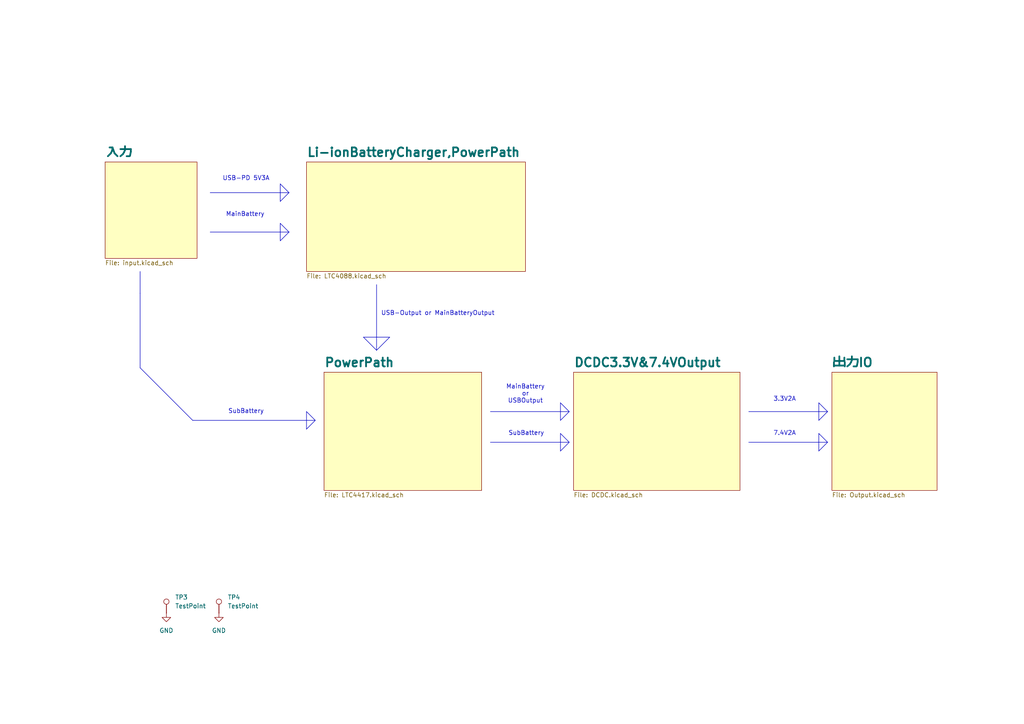
<source format=kicad_sch>
(kicad_sch (version 20231120) (generator "eeschema") (generator_version "8.0")
  (paper "A4")
  (lib_symbols
    (symbol "Connector:TestPoint" (pin_numbers hide) (pin_names (offset 0.762) hide)
      (property "Reference" "TP" (at 0 6.858 0))
      (property "Value" "TestPoint" (at 0 5.08 0))
      (symbol "TestPoint_0_1"
        (circle (center 0 3.302) (radius 0.762))
      )
      (symbol "TestPoint_1_1"
        (pin passive line (at 0 0 90) (length 2.54) (name "1") (number "1"))
      )
    )
    (symbol "power:GND" (power) (pin_numbers hide) (pin_names (offset 0) hide)
      (property "Value" "GND" (at 0 -3.81 0))
      (symbol "GND_0_1"
        (polyline (pts (xy 0 0) (xy 0 -1.27) (xy 1.27 -1.27) (xy 0 -2.54) (xy -1.27 -1.27) (xy 0 -1.27)))
      )
      (symbol "GND_1_1"
        (pin power_in line (at 0 0 270) (length 0) (name "~") (number "1"))
      )
    )
  )
  (polyline (pts (xy 40.64 106.68) (xy 55.88 121.92)))
  (polyline (pts (xy 162.56 116.84) (xy 162.56 121.92)))
  (polyline (pts (xy 237.49 121.92) (xy 240.03 119.38)))
  (polyline (pts (xy 165.1 128.27) (xy 162.56 125.73)))
  (polyline (pts (xy 60.96 67.31) (xy 83.82 67.31)))
  (polyline (pts (xy 217.17 119.38) (xy 240.03 119.38)))
  (polyline (pts (xy 165.1 119.38) (xy 162.56 116.84)))
  (polyline (pts (xy 237.49 125.73) (xy 237.49 130.81)))
  (polyline (pts (xy 237.49 116.84) (xy 237.49 121.92)))
  (polyline (pts (xy 109.22 101.6) (xy 105.41 97.79)))
  (polyline (pts (xy 217.17 128.27) (xy 240.03 128.27)))
  (polyline (pts (xy 88.9 124.46) (xy 91.44 121.92)))
  (polyline (pts (xy 55.88 121.92) (xy 91.44 121.92)))
  (polyline (pts (xy 105.41 97.79) (xy 113.03 97.79)))
  (polyline (pts (xy 237.49 130.81) (xy 240.03 128.27)))
  (polyline (pts (xy 60.96 55.88) (xy 83.82 55.88)))
  (polyline (pts (xy 81.28 64.77) (xy 81.28 69.85)))
  (polyline (pts (xy 142.24 128.27) (xy 165.1 128.27)))
  (polyline (pts (xy 81.28 58.42) (xy 83.82 55.88)))
  (polyline (pts (xy 109.22 82.55) (xy 109.22 101.6)))
  (polyline (pts (xy 83.82 67.31) (xy 81.28 64.77)))
  (polyline (pts (xy 162.56 130.81) (xy 165.1 128.27)))
  (polyline (pts (xy 81.28 53.34) (xy 81.28 58.42)))
  (polyline (pts (xy 88.9 119.38) (xy 88.9 124.46)))
  (polyline (pts (xy 240.03 119.38) (xy 237.49 116.84)))
  (polyline (pts (xy 162.56 121.92) (xy 165.1 119.38)))
  (polyline (pts (xy 240.03 128.27) (xy 237.49 125.73)))
  (polyline (pts (xy 142.24 119.38) (xy 165.1 119.38)))
  (polyline (pts (xy 109.22 101.6) (xy 113.03 97.79)))
  (polyline (pts (xy 40.64 85.09) (xy 40.64 106.68)))
  (polyline (pts (xy 83.82 55.88) (xy 81.28 53.34)))
  (polyline (pts (xy 162.56 125.73) (xy 162.56 130.81)))
  (polyline (pts (xy 91.44 121.92) (xy 88.9 119.38)))
  (polyline (pts (xy 40.64 78.74) (xy 40.64 85.09)))
  (polyline (pts (xy 81.28 69.85) (xy 83.82 67.31)))
  (text "USB-Output or MainBatteryOutput" (at 127 90.932 0) (effects (font (size 1.27 1.27))))
  (text "3.3V2A" (at 227.584 115.824 0) (effects (font (size 1.27 1.27))))
  (text "SubBattery" (at 71.374 119.38 0) (effects (font (size 1.27 1.27))))
  (text "MainBattery\nor\nUSBOutput" (at 152.4 114.3 0) (effects (font (size 1.27 1.27))))
  (text "MainBattery" (at 71.12 62.23 0) (effects (font (size 1.27 1.27))))
  (text "USB-PD 5V3A" (at 71.374 51.816 0) (effects (font (size 1.27 1.27))))
  (text "7.4V2A" (at 227.584 125.73 0) (effects (font (size 1.27 1.27))))
  (text "SubBattery" (at 152.654 125.73 0) (effects (font (size 1.27 1.27))))
  (symbol (lib_id "Connector:TestPoint") (at 48.26 177.8 0) (unit 1)
    (property "Reference" "TP3" (at 50.8 173.2279 0) (effects (justify left)))
    (property "Value" "TestPoint" (at 50.8 175.7679 0) (effects (justify left)))
    (property "Footprint" "Connector_PinHeader_2.54mm:PinHeader_1x01_P2.54mm_Vertical" (effects (hide yes)))
    (property "Description" "test point" (effects (hide yes)))
  )
  (symbol (lib_id "power:GND") (at 63.5 177.8 0) (unit 1)
    (property "Reference" "#PWR055" (effects (hide yes)))
    (property "Value" "GND" (at 63.5 182.88 0))
    (property "Description" "Power symbol creates a global label with name \"GND\" , ground" (effects (hide yes)))
  )
  (symbol (lib_id "power:GND") (at 48.26 177.8 0) (unit 1)
    (property "Reference" "#PWR054" (effects (hide yes)))
    (property "Value" "GND" (at 48.26 182.88 0))
    (property "Description" "Power symbol creates a global label with name \"GND\" , ground" (effects (hide yes)))
  )
  (symbol (lib_id "Connector:TestPoint") (at 63.5 177.8 0) (unit 1)
    (property "Reference" "TP4" (at 66.04 173.2279 0) (effects (justify left)))
    (property "Value" "TestPoint" (at 66.04 175.7679 0) (effects (justify left)))
    (property "Footprint" "Connector_PinHeader_2.54mm:PinHeader_1x01_P2.54mm_Vertical" (effects (hide yes)))
    (property "Description" "test point" (effects (hide yes)))
  )
  (sheet (at 93.98 107.95) (size 45.72 34.29) (stroke (width 0.1524)) (fill (color 255 255 194 1.0000))
    (property "Sheetname" "PowerPath" (at 93.98 106.6034 0) (effects (font (size 2.54 2.54) (thickness 0.508) (bold yes)) (justify left bottom)))
    (property "Sheetfile" "LTC4417.kicad_sch" (at 93.98 142.8246 0) (effects (justify left top)))
  )
  (sheet (at 88.9 46.99) (size 63.5 31.75) (stroke (width 0.1524)) (fill (color 255 255 194 1.0000))
    (property "Sheetname" "Li-ionBatteryCharger,PowerPath" (at 88.9 45.6434 0) (effects (font (size 2.54 2.54) (thickness 0.508) (bold yes)) (justify left bottom)))
    (property "Sheetfile" "LTC4088.kicad_sch" (at 88.9 79.3246 0) (effects (justify left top)))
  )
  (sheet (at 166.37 107.95) (size 48.26 34.29) (stroke (width 0.1524)) (fill (color 255 255 194 1.0000))
    (property "Sheetname" "DCDC3.3V&7.4VOutput" (at 166.37 106.6034 0) (effects (font (size 2.54 2.54) (thickness 0.508) (bold yes)) (justify left bottom)))
    (property "Sheetfile" "DCDC.kicad_sch" (at 166.37 142.8246 0) (effects (justify left top)))
  )
  (sheet (at 30.48 46.99) (size 26.67 27.94) (stroke (width 0.1524)) (fill (color 255 255 194 1.0000))
    (property "Sheetname" "入力" (at 30.48 45.6434 0) (effects (font (size 2.54 2.54) (thickness 0.508) (bold yes)) (justify left bottom)))
    (property "Sheetfile" "input.kicad_sch" (at 30.48 75.5146 0) (effects (justify left top)))
  )
  (sheet (at 241.3 107.95) (size 30.48 34.29) (stroke (width 0.1524)) (fill (color 255 255 194 1.0000))
    (property "Sheetname" "出力IO" (at 241.3 106.6034 0) (effects (font (size 2.54 2.54) (thickness 0.508) (bold yes)) (justify left bottom)))
    (property "Sheetfile" "Output.kicad_sch" (at 241.3 142.8246 0) (effects (justify left top)))
  )
)
</source>
